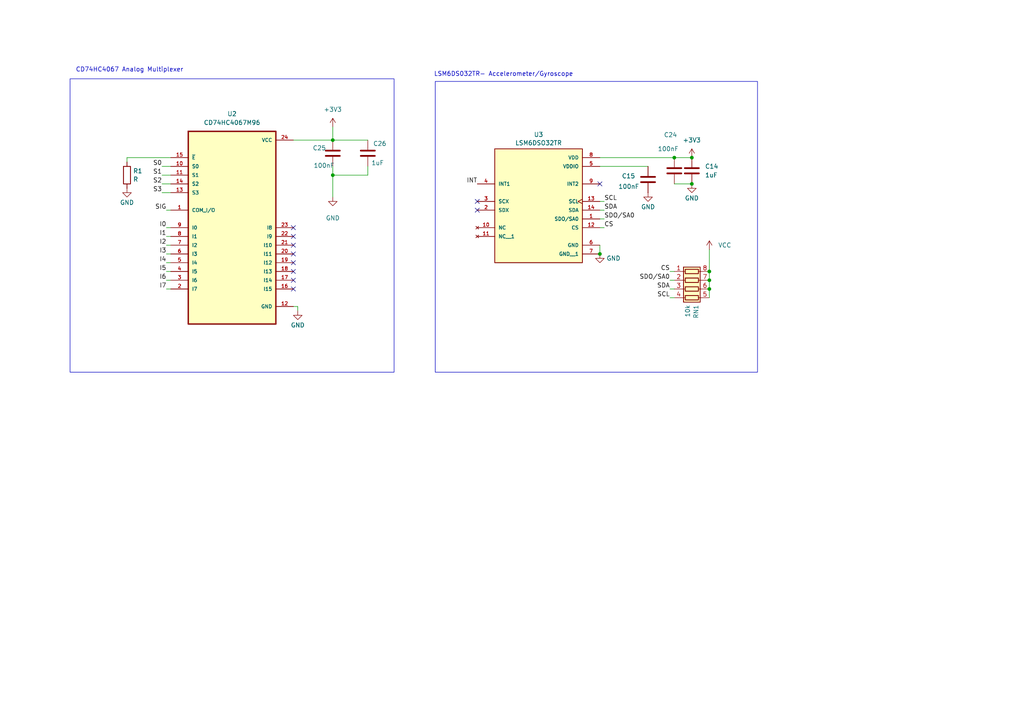
<source format=kicad_sch>
(kicad_sch (version 20250114) (generator "eeschema") (generator_version "9.0")
  (paper "A4")
  (lib_symbols
    (symbol "CD74HC4067:CD74HC4067M96" (pin_names (offset 1.016))
      (property "Reference" "U" (at -12.7 28.94 0))
      (property "Value" "CD74HC4067M96" (at -12.7 -31.94 0))
      (symbol "CD74HC4067M96_0_0"
        (rectangle (start -12.7 -27.94) (end 12.7 27.94) (stroke (width 0.41)) (fill (type background)))
        (pin input line (at -17.78 20.32 0) (length 5.08) (name "~{E}") (number "15"))
        (pin input line (at -17.78 17.78 0) (length 5.08) (name "S0") (number "10"))
        (pin input line (at -17.78 15.24 0) (length 5.08) (name "S1") (number "11"))
        (pin input line (at -17.78 12.7 0) (length 5.08) (name "S2") (number "14"))
        (pin input line (at -17.78 10.16 0) (length 5.08) (name "S3") (number "13"))
        (pin bidirectional line (at -17.78 5.08 0) (length 5.08) (name "COM_I/O") (number "1"))
        (pin bidirectional line (at -17.78 0 0) (length 5.08) (name "I0") (number "9"))
        (pin bidirectional line (at -17.78 -2.54 0) (length 5.08) (name "I1") (number "8"))
        (pin bidirectional line (at -17.78 -5.08 0) (length 5.08) (name "I2") (number "7"))
        (pin bidirectional line (at -17.78 -7.62 0) (length 5.08) (name "I3") (number "6"))
        (pin bidirectional line (at -17.78 -10.16 0) (length 5.08) (name "I4") (number "5"))
        (pin bidirectional line (at -17.78 -12.7 0) (length 5.08) (name "I5") (number "4"))
        (pin bidirectional line (at -17.78 -15.24 0) (length 5.08) (name "I6") (number "3"))
        (pin bidirectional line (at -17.78 -17.78 0) (length 5.08) (name "I7") (number "2"))
        (pin power_in line (at 17.78 25.4 180) (length 5.08) (name "VCC") (number "24"))
        (pin bidirectional line (at 17.78 0 180) (length 5.08) (name "I8") (number "23"))
        (pin bidirectional line (at 17.78 -2.54 180) (length 5.08) (name "I9") (number "22"))
        (pin bidirectional line (at 17.78 -5.08 180) (length 5.08) (name "I10") (number "21"))
        (pin bidirectional line (at 17.78 -7.62 180) (length 5.08) (name "I11") (number "20"))
        (pin bidirectional line (at 17.78 -10.16 180) (length 5.08) (name "I12") (number "19"))
        (pin bidirectional line (at 17.78 -12.7 180) (length 5.08) (name "I13") (number "18"))
        (pin bidirectional line (at 17.78 -15.24 180) (length 5.08) (name "I14") (number "17"))
        (pin bidirectional line (at 17.78 -17.78 180) (length 5.08) (name "I15") (number "16"))
        (pin power_in line (at 17.78 -22.86 180) (length 5.08) (name "GND") (number "12"))
      )
    )
    (symbol "Device:C" (pin_numbers (hide yes)) (pin_names (offset 0.254))
      (property "Reference" "C" (at 0.635 2.54 0))
      (property "Value" "C" (at 0.635 -2.54 0))
      (symbol "C_0_1"
        (polyline (pts (xy -2.032 0.762) (xy 2.032 0.762)) (stroke (width 0.508)))
        (polyline (pts (xy -2.032 -0.762) (xy 2.032 -0.762)) (stroke (width 0.508)))
      )
      (symbol "C_1_1"
        (pin passive line (at 0 3.81 270) (length 2.794) (name "~") (number "1"))
        (pin passive line (at 0 -3.81 90) (length 2.794) (name "~") (number "2"))
      )
    )
    (symbol "Device:R" (pin_numbers (hide yes)) (pin_names (offset 0))
      (property "Reference" "R" (at 2.032 0 90))
      (property "Value" "R" (at 0 0 90))
      (symbol "R_0_1"
        (rectangle (start -1.016 -2.54) (end 1.016 2.54) (stroke (width 0.254)))
      )
      (symbol "R_1_1"
        (pin passive line (at 0 3.81 270) (length 1.27) (name "~") (number "1"))
        (pin passive line (at 0 -3.81 90) (length 1.27) (name "~") (number "2"))
      )
    )
    (symbol "Device:R_Pack04" (pin_names (offset 0) (hide yes))
      (property "Reference" "RN" (at -7.62 0 90))
      (property "Value" "R_Pack04" (at 5.08 0 90))
      (symbol "R_Pack04_0_1"
        (rectangle (start -6.35 -2.413) (end 3.81 2.413) (stroke (width 0.254)) (fill (type background)))
        (rectangle (start -5.715 1.905) (end -4.445 -1.905) (stroke (width 0.254)))
        (polyline (pts (xy -5.08 1.905) (xy -5.08 2.54)))
        (polyline (pts (xy -5.08 -2.54) (xy -5.08 -1.905)))
        (rectangle (start -3.175 1.905) (end -1.905 -1.905) (stroke (width 0.254)))
        (polyline (pts (xy -2.54 1.905) (xy -2.54 2.54)))
        (polyline (pts (xy -2.54 -2.54) (xy -2.54 -1.905)))
        (rectangle (start -0.635 1.905) (end 0.635 -1.905) (stroke (width 0.254)))
        (polyline (pts (xy 0 1.905) (xy 0 2.54)))
        (polyline (pts (xy 0 -2.54) (xy 0 -1.905)))
        (rectangle (start 1.905 1.905) (end 3.175 -1.905) (stroke (width 0.254)))
        (polyline (pts (xy 2.54 1.905) (xy 2.54 2.54)))
        (polyline (pts (xy 2.54 -2.54) (xy 2.54 -1.905)))
      )
      (symbol "R_Pack04_1_1"
        (pin passive line (at -5.08 5.08 270) (length 2.54) (name "R1.2") (number "8"))
        (pin passive line (at -5.08 -5.08 90) (length 2.54) (name "R1.1") (number "1"))
        (pin passive line (at -2.54 5.08 270) (length 2.54) (name "R2.2") (number "7"))
        (pin passive line (at -2.54 -5.08 90) (length 2.54) (name "R2.1") (number "2"))
        (pin passive line (at 0 5.08 270) (length 2.54) (name "R3.2") (number "6"))
        (pin passive line (at 0 -5.08 90) (length 2.54) (name "R3.1") (number "3"))
        (pin passive line (at 2.54 5.08 270) (length 2.54) (name "R4.2") (number "5"))
        (pin passive line (at 2.54 -5.08 90) (length 2.54) (name "R4.1") (number "4"))
      )
    )
    (symbol "LSM6DSO32TR:LSM6DSO32TR" (pin_names (offset 1.016))
      (property "Reference" "U" (at -12.7 16.002 0))
      (property "Value" "LSM6DSO32TR" (at -12.7 -20.32 0))
      (symbol "LSM6DSO32TR_0_0"
        (rectangle (start -12.7 -17.78) (end 12.7 15.24) (stroke (width 0.254)) (fill (type background)))
        (pin input line (at -17.78 5.08 0) (length 5.08) (name "INT1") (number "4"))
        (pin passive line (at -17.78 0 0) (length 5.08) (name "SCX") (number "3"))
        (pin passive line (at -17.78 -2.54 0) (length 5.08) (name "SDX") (number "2"))
        (pin no_connect line (at -17.78 -7.62 0) (length 5.08) (name "NC") (number "10"))
        (pin no_connect line (at -17.78 -10.16 0) (length 5.08) (name "NC__1") (number "11"))
        (pin power_in line (at 17.78 12.7 180) (length 5.08) (name "VDD") (number "8"))
        (pin power_in line (at 17.78 10.16 180) (length 5.08) (name "VDDIO") (number "5"))
        (pin output line (at 17.78 5.08 180) (length 5.08) (name "INT2") (number "9"))
        (pin input clock (at 17.78 0 180) (length 5.08) (name "SCL") (number "13"))
        (pin bidirectional line (at 17.78 -2.54 180) (length 5.08) (name "SDA") (number "14"))
        (pin bidirectional line (at 17.78 -5.08 180) (length 5.08) (name "SDO/SA0") (number "1"))
        (pin input line (at 17.78 -7.62 180) (length 5.08) (name "CS") (number "12"))
        (pin power_in line (at 17.78 -12.7 180) (length 5.08) (name "GND") (number "6"))
        (pin power_in line (at 17.78 -15.24 180) (length 5.08) (name "GND__1") (number "7"))
      )
    )
    (symbol "power:+3V3" (power) (pin_numbers (hide yes)) (pin_names (offset 0) (hide yes))
      (property "Value" "+3V3" (at 0 3.556 0))
      (symbol "+3V3_0_1"
        (polyline (pts (xy -0.762 1.27) (xy 0 2.54)))
        (polyline (pts (xy 0 2.54) (xy 0.762 1.27)))
        (polyline (pts (xy 0 0) (xy 0 2.54)))
      )
      (symbol "+3V3_1_1"
        (pin power_in line (at 0 0 90) (length 0) (name "~") (number "1"))
      )
    )
    (symbol "power:GND" (power) (pin_numbers (hide yes)) (pin_names (offset 0) (hide yes))
      (property "Value" "GND" (at 0 -3.81 0))
      (symbol "GND_0_1"
        (polyline (pts (xy 0 0) (xy 0 -1.27) (xy 1.27 -1.27) (xy 0 -2.54) (xy -1.27 -1.27) (xy 0 -1.27)))
      )
      (symbol "GND_1_1"
        (pin power_in line (at 0 0 270) (length 0) (name "~") (number "1"))
      )
    )
    (symbol "power:VCC" (power) (pin_numbers (hide yes)) (pin_names (offset 0) (hide yes))
      (property "Value" "VCC" (at 0 3.556 0))
      (symbol "VCC_0_1"
        (polyline (pts (xy -0.762 1.27) (xy 0 2.54)))
        (polyline (pts (xy 0 2.54) (xy 0.762 1.27)))
        (polyline (pts (xy 0 0) (xy 0 2.54)))
      )
      (symbol "VCC_1_1"
        (pin power_in line (at 0 0 90) (length 0) (name "~") (number "1"))
      )
    )
  )
  (rectangle (start 126.238 23.622) (end 219.71 107.95))
  (rectangle (start 20.32 22.86) (end 114.3 107.95))
  (text "LSM6DS032TR- Accelerometer/Gyroscope" (at 146.05 21.59 0) (effects (font (size 1.27 1.27))))
  (text "CD74HC4067 Analog Multiplexer" (at 37.592 20.32 0) (effects (font (size 1.27 1.27))))
  (junction (at 96.52 40.64))
  (junction (at 200.66 53.34))
  (junction (at 205.74 78.74))
  (junction (at 205.74 83.82))
  (junction (at 200.66 45.72))
  (junction (at 173.99 73.66))
  (junction (at 205.74 81.28))
  (junction (at 96.52 50.8))
  (junction (at 195.58 45.72))
  (no_connect (at 85.09 83.82))
  (no_connect (at 85.09 81.28))
  (no_connect (at 85.09 78.74))
  (no_connect (at 138.43 60.96))
  (no_connect (at 138.43 58.42))
  (no_connect (at 85.09 73.66))
  (no_connect (at 85.09 68.58))
  (no_connect (at 173.99 53.34))
  (no_connect (at 85.09 71.12))
  (no_connect (at 85.09 66.04))
  (no_connect (at 85.09 76.2))
  (wire (pts (xy 173.99 71.12) (xy 173.99 73.66)))
  (wire (pts (xy 96.52 40.64) (xy 106.68 40.64)))
  (wire (pts (xy 205.74 81.28) (xy 205.74 83.82)))
  (wire (pts (xy 205.74 83.82) (xy 205.74 86.36)))
  (wire (pts (xy 175.26 66.04) (xy 173.99 66.04)))
  (wire (pts (xy 48.26 83.82) (xy 49.53 83.82)))
  (wire (pts (xy 195.58 45.72) (xy 173.99 45.72)))
  (wire (pts (xy 48.26 73.66) (xy 49.53 73.66)))
  (wire (pts (xy 48.26 68.58) (xy 49.53 68.58)))
  (wire (pts (xy 195.58 86.36) (xy 194.31 86.36)))
  (wire (pts (xy 96.52 50.8) (xy 96.52 57.15)))
  (wire (pts (xy 96.52 40.64) (xy 96.52 36.83)))
  (wire (pts (xy 86.36 88.9) (xy 85.09 88.9)))
  (wire (pts (xy 46.99 48.26) (xy 49.53 48.26)))
  (wire (pts (xy 205.74 72.39) (xy 205.74 78.74)))
  (wire (pts (xy 46.99 55.88) (xy 49.53 55.88)))
  (wire (pts (xy 86.36 90.17) (xy 86.36 88.9)))
  (wire (pts (xy 173.99 60.96) (xy 175.26 60.96)))
  (wire (pts (xy 96.52 48.26) (xy 96.52 50.8)))
  (wire (pts (xy 106.68 48.26) (xy 106.68 50.8)))
  (wire (pts (xy 194.31 78.74) (xy 195.58 78.74)))
  (wire (pts (xy 173.99 58.42) (xy 175.26 58.42)))
  (wire (pts (xy 48.26 81.28) (xy 49.53 81.28)))
  (wire (pts (xy 96.52 50.8) (xy 106.68 50.8)))
  (wire (pts (xy 85.09 40.64) (xy 96.52 40.64)))
  (wire (pts (xy 205.74 78.74) (xy 205.74 81.28)))
  (wire (pts (xy 46.99 50.8) (xy 49.53 50.8)))
  (wire (pts (xy 195.58 83.82) (xy 194.31 83.82)))
  (wire (pts (xy 173.99 48.26) (xy 187.96 48.26)))
  (wire (pts (xy 175.26 63.5) (xy 173.99 63.5)))
  (wire (pts (xy 48.26 71.12) (xy 49.53 71.12)))
  (wire (pts (xy 200.66 45.72) (xy 195.58 45.72)))
  (wire (pts (xy 48.26 78.74) (xy 49.53 78.74)))
  (wire (pts (xy 36.83 45.72) (xy 36.83 46.99)))
  (wire (pts (xy 48.26 66.04) (xy 49.53 66.04)))
  (wire (pts (xy 48.26 60.96) (xy 49.53 60.96)))
  (wire (pts (xy 194.31 81.28) (xy 195.58 81.28)))
  (wire (pts (xy 49.53 45.72) (xy 36.83 45.72)))
  (wire (pts (xy 46.99 53.34) (xy 49.53 53.34)))
  (wire (pts (xy 195.58 53.34) (xy 200.66 53.34)))
  (wire (pts (xy 48.26 76.2) (xy 49.53 76.2)))
  (label "CS" (at 175.26 66.04 0))
  (label "I4" (at 48.26 76.2 180))
  (label "I0" (at 48.26 66.04 180))
  (label "SDO/SA0" (at 175.26 63.5 0))
  (label "SIG" (at 48.26 60.96 180))
  (label "INT" (at 138.43 53.34 180))
  (label "I6" (at 48.26 81.28 180))
  (label "I5" (at 48.26 78.74 180))
  (label "I1" (at 48.26 68.58 180))
  (label "S0" (at 46.99 48.26 180))
  (label "S2" (at 46.99 53.34 180))
  (label "S1" (at 46.99 50.8 180))
  (label "CS" (at 194.31 78.74 180))
  (label "SDO/SA0" (at 194.31 81.28 180))
  (label "SCL" (at 194.31 86.36 180))
  (label "I2" (at 48.26 71.12 180))
  (label "SCL" (at 175.26 58.42 0))
  (label "S3" (at 46.99 55.88 180))
  (label "SDA" (at 175.26 60.96 0))
  (label "I3" (at 48.26 73.66 180))
  (label "I7" (at 48.26 83.82 180))
  (label "SDA" (at 194.31 83.82 180))
  (symbol (lib_id "CD74HC4067:CD74HC4067M96") (at 67.31 66.04 0) (unit 1)
    (property "Reference" "U2" (at 67.31 33.02 0))
    (property "Value" "CD74HC4067M96" (at 67.31 35.56 0))
    (property "Footprint" "CD74HC4067:SOIC127P1030X265-24N" (effects (hide yes)))
    (property "DigiKey_Part_Number" "296-29408-2-ND" (effects (hide yes)))
    (property "SnapEDA_Link" "https://www.snapeda.com/parts/CD74HC4067M96/Texas+Instruments/view-part/?ref=snap" (effects (hide yes)))
    (property "Description_1" "\n                        \n                            5V, 16:1, single channel analog multiplexer\n                        \n" (effects (hide yes)))
    (property "MF" "Texas Instruments" (effects (hide yes)))
    (property "Package" "SOIC-24 Texas Instruments" (effects (hide yes)))
    (property "Check_prices" "https://www.snapeda.com/parts/CD74HC4067M96/Texas+Instruments/view-part/?ref=eda" (effects (hide yes)))
    (property "MP" "CD74HC4067M96" (effects (hide yes)))
  )
  (symbol (lib_id "power:GND") (at 36.83 54.61 0) (unit 1)
    (property "Reference" "#PWR03" (effects (hide yes)))
    (property "Value" "GND" (at 36.83 58.7431 0))
    (property "Description" "Power symbol creates a global label with name \"GND\" , ground" (effects (hide yes)))
  )
  (symbol (lib_id "Device:C") (at 96.52 44.45 0) (unit 1)
    (property "Reference" "C25" (at 90.678 42.926 0) (effects (justify left)))
    (property "Value" "100nF" (at 90.932 48.006 0) (effects (justify left)))
    (property "Footprint" "Capacitor_SMD:C_0603_1608Metric_Pad1.08x0.95mm_HandSolder" (effects (hide yes)))
    (property "Description" "Unpolarized capacitor" (effects (hide yes)))
  )
  (symbol (lib_id "Device:R") (at 36.83 50.8 0) (unit 1)
    (property "Reference" "R1" (at 38.608 49.5878 0) (effects (justify left)))
    (property "Value" "R" (at 38.608 52.0121 0) (effects (justify left)))
    (property "Footprint" "Resistor_SMD:R_0603_1608Metric_Pad0.98x0.95mm_HandSolder" (effects (hide yes)))
    (property "Description" "Resistor" (effects (hide yes)))
  )
  (symbol (lib_id "Device:C") (at 106.68 44.45 0) (unit 1)
    (property "Reference" "C26" (at 108.204 41.656 0) (effects (justify left)))
    (property "Value" "1uF" (at 107.696 47.244 0) (effects (justify left)))
    (property "Footprint" "Capacitor_SMD:C_0603_1608Metric_Pad1.08x0.95mm_HandSolder" (effects (hide yes)))
    (property "Description" "Unpolarized capacitor" (effects (hide yes)))
  )
  (symbol (lib_id "power:+3V3") (at 200.66 45.72 0) (unit 1)
    (property "Reference" "#PWR06" (effects (hide yes)))
    (property "Value" "+3V3" (at 200.66 40.64 0))
    (property "Description" "Power symbol creates a global label with name \"+3V3\"" (effects (hide yes)))
  )
  (symbol (lib_id "power:GND") (at 187.96 55.88 0) (unit 1)
    (property "Reference" "#PWR021" (effects (hide yes)))
    (property "Value" "GND" (at 187.96 60.0131 0))
    (property "Description" "Power symbol creates a global label with name \"GND\" , ground" (effects (hide yes)))
  )
  (symbol (lib_id "power:GND") (at 86.36 90.17 0) (unit 1)
    (property "Reference" "#PWR05" (effects (hide yes)))
    (property "Value" "GND" (at 86.36 94.3031 0))
    (property "Description" "Power symbol creates a global label with name \"GND\" , ground" (effects (hide yes)))
  )
  (symbol (lib_id "power:GND") (at 96.52 57.15 0) (unit 1)
    (property "Reference" "#PWR024" (effects (hide yes)))
    (property "Value" "GND" (at 96.52 63.246 0))
    (property "Description" "Power symbol creates a global label with name \"GND\" , ground" (effects (hide yes)))
  )
  (symbol (lib_id "power:GND") (at 173.99 73.66 0) (unit 1)
    (property "Reference" "#PWR09" (effects (hide yes)))
    (property "Value" "GND" (at 175.895 74.93 0) (effects (justify left)))
    (property "Description" "Power symbol creates a global label with name \"GND\" , ground" (effects (hide yes)))
  )
  (symbol (lib_id "power:VCC") (at 205.74 72.39 0) (unit 1)
    (property "Reference" "#PWR027" (effects (hide yes)))
    (property "Value" "VCC" (at 208.28 71.1199 0) (effects (justify left)))
    (property "Description" "Power symbol creates a global label with name \"VCC\"" (effects (hide yes)))
  )
  (symbol (lib_id "LSM6DSO32TR:LSM6DSO32TR") (at 156.21 58.42 0) (unit 1)
    (property "Reference" "U3" (at 156.21 39.0355 0))
    (property "Value" "LSM6DSO32TR" (at 156.21 41.4598 0))
    (property "Footprint" "LDM6S032TR:XDCR_LSM6DSO32TR" (effects (hide yes)))
    (property "MF" "STMicroelectronics" (effects (hide yes)))
    (property "MAXIMUM_PACKAGE_HEIGHT" "0.86mm" (effects (hide yes)))
    (property "Package" "VFLGA-14 STMicroelectronics" (effects (hide yes)))
    (property "Price" "None" (effects (hide yes)))
    (property "Check_prices" "https://www.snapeda.com/parts/LSM6DSO32TR/STMicroelectronics/view-part/?ref=eda" (effects (hide yes)))
    (property "STANDARD" "Manufacturer Recommendations" (effects (hide yes)))
    (property "PARTREV" "1" (effects (hide yes)))
    (property "SnapEDA_Link" "https://www.snapeda.com/parts/LSM6DSO32TR/STMicroelectronics/view-part/?ref=snap" (effects (hide yes)))
    (property "MP" "LSM6DSO32TR" (effects (hide yes)))
    (property "Description_1" "\n                        \n                            Accelerometer, Gyroscope, Temperature, 6 Axis Sensor I2C, SPI Output\n                        \n" (effects (hide yes)))
    (property "Availability" "In Stock" (effects (hide yes)))
    (property "MANUFACTURER" "STMicroelectronics" (effects (hide yes)))
  )
  (symbol (lib_id "power:GND") (at 200.66 53.34 0) (unit 1)
    (property "Reference" "#PWR020" (effects (hide yes)))
    (property "Value" "GND" (at 200.66 57.4731 0))
    (property "Description" "Power symbol creates a global label with name \"GND\" , ground" (effects (hide yes)))
  )
  (symbol (lib_id "power:+3V3") (at 96.52 36.83 0) (unit 1)
    (property "Reference" "#PWR04" (effects (hide yes)))
    (property "Value" "+3V3" (at 96.52 31.75 0))
    (property "Description" "Power symbol creates a global label with name \"+3V3\"" (effects (hide yes)))
  )
  (symbol (lib_id "Device:C") (at 187.96 52.07 0) (unit 1)
    (property "Reference" "C15" (at 180.34 51.054 0) (effects (justify left)))
    (property "Value" "100nF" (at 179.324 54.102 0) (effects (justify left)))
    (property "Footprint" "Capacitor_SMD:C_0603_1608Metric_Pad1.08x0.95mm_HandSolder" (effects (hide yes)))
    (property "Description" "Unpolarized capacitor" (effects (hide yes)))
  )
  (symbol (lib_id "Device:R_Pack04") (at 200.66 83.82 270) (unit 1)
    (property "Reference" "RN1" (at 201.8722 88.392 0) (effects (justify left)))
    (property "Value" "10k" (at 199.4479 88.392 0) (effects (justify left)))
    (property "Footprint" "Resistor_SMD:R_Array_Concave_4x0603" (effects (hide yes)))
    (property "Description" "4 resistor network, parallel topology" (effects (hide yes)))
  )
  (symbol (lib_id "Device:C") (at 200.66 49.53 0) (unit 1)
    (property "Reference" "C14" (at 204.47 48.2599 0) (effects (justify left)))
    (property "Value" "1uF" (at 204.47 50.7999 0) (effects (justify left)))
    (property "Footprint" "Capacitor_SMD:C_0603_1608Metric_Pad1.08x0.95mm_HandSolder" (effects (hide yes)))
    (property "Description" "Unpolarized capacitor" (effects (hide yes)))
  )
  (symbol (lib_id "Device:C") (at 195.58 49.53 0) (unit 1)
    (property "Reference" "C24" (at 192.532 39.116 0) (effects (justify left)))
    (property "Value" "100nF" (at 190.754 43.18 0) (effects (justify left)))
    (property "Footprint" "Capacitor_SMD:C_0603_1608Metric_Pad1.08x0.95mm_HandSolder" (effects (hide yes)))
    (property "Description" "Unpolarized capacitor" (effects (hide yes)))
  )
)
</source>
